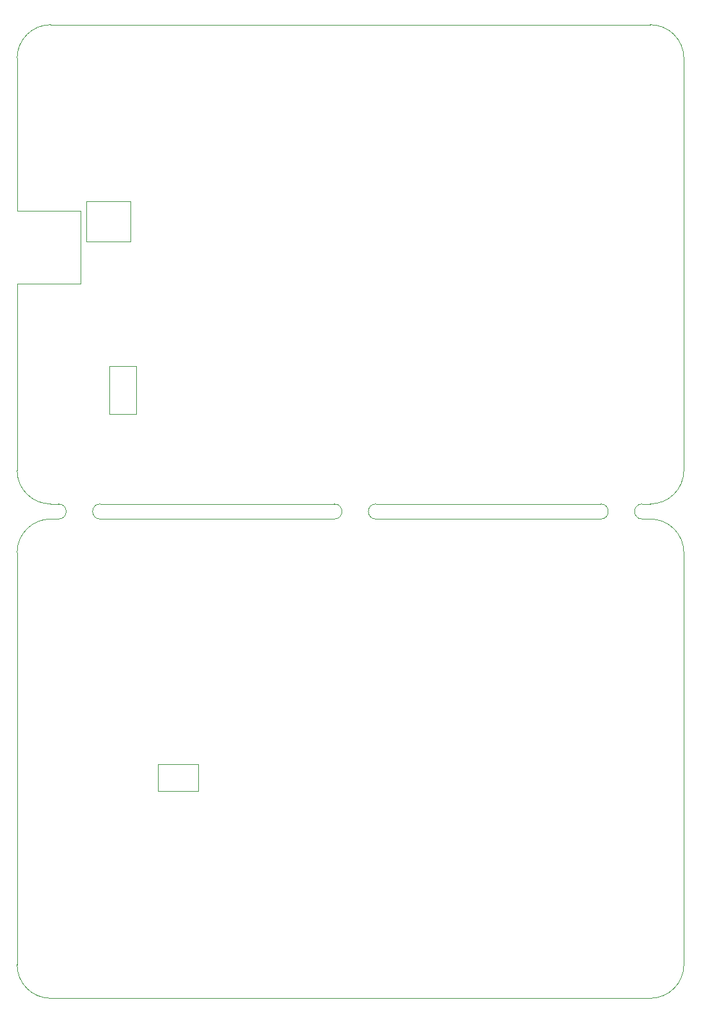
<source format=gbr>
%TF.GenerationSoftware,KiCad,Pcbnew,(6.0.9)*%
%TF.CreationDate,2023-01-08T00:55:18+00:00*%
%TF.ProjectId,il-flatto,696c2d66-6c61-4747-946f-2e6b69636164,rev?*%
%TF.SameCoordinates,Original*%
%TF.FileFunction,Profile,NP*%
%FSLAX46Y46*%
G04 Gerber Fmt 4.6, Leading zero omitted, Abs format (unit mm)*
G04 Created by KiCad (PCBNEW (6.0.9)) date 2023-01-08 00:55:18*
%MOMM*%
%LPD*%
G01*
G04 APERTURE LIST*
%TA.AperFunction,Profile*%
%ADD10C,0.100000*%
%TD*%
%TA.AperFunction,Profile*%
%ADD11C,0.120000*%
%TD*%
G04 APERTURE END LIST*
D10*
X242570000Y-95250000D02*
X241500000Y-95250000D01*
X241500000Y-93250000D02*
X242570000Y-93250000D01*
X206250000Y-95250000D02*
X236000000Y-95250000D01*
X236000000Y-93250000D02*
X206250000Y-93250000D01*
X200750000Y-95250000D02*
X169750000Y-95250000D01*
X169750000Y-93250000D02*
X200750000Y-93250000D01*
X163195000Y-95250000D02*
X164250000Y-95250000D01*
X163195000Y-93250000D02*
X164250000Y-93250000D01*
X164250000Y-95250000D02*
G75*
G03*
X164250000Y-93250000I0J1000000D01*
G01*
X169750000Y-93250000D02*
G75*
G03*
X169750000Y-95250000I0J-1000000D01*
G01*
X200750000Y-95250000D02*
G75*
G03*
X200750000Y-93250000I0J1000000D01*
G01*
X206250000Y-93250000D02*
G75*
G03*
X206250000Y-95250000I0J-1000000D01*
G01*
X236000000Y-95250000D02*
G75*
G03*
X236000000Y-93250000I0J1000000D01*
G01*
X241500000Y-93250000D02*
G75*
G03*
X241500000Y-95250000I0J-1000000D01*
G01*
X158750000Y-64040000D02*
X158750000Y-88805000D01*
X158750000Y-54388000D02*
X158750000Y-34195000D01*
X158750000Y-54388000D02*
X167132000Y-54388000D01*
X242570000Y-29750000D02*
X163195000Y-29750000D01*
X158750000Y-154305000D02*
X158750000Y-99695000D01*
X247015000Y-99695000D02*
G75*
G03*
X242570000Y-95250000I-4445000J0D01*
G01*
X247015000Y-99695000D02*
X247015000Y-154305000D01*
X158750000Y-154305000D02*
G75*
G03*
X163195000Y-158750000I4445000J0D01*
G01*
X163195000Y-95250000D02*
G75*
G03*
X158750000Y-99695000I0J-4445000D01*
G01*
X167132000Y-54388000D02*
X167132000Y-64040000D01*
X170942000Y-74962000D02*
X174498000Y-74962000D01*
X174498000Y-74962000D02*
X174498000Y-81312000D01*
X174498000Y-81312000D02*
X170942000Y-81312000D01*
X170942000Y-81312000D02*
X170942000Y-74962000D01*
X242570000Y-93250000D02*
G75*
G03*
X247015000Y-88805000I0J4445000D01*
G01*
X242570000Y-158750000D02*
G75*
G03*
X247015000Y-154305000I0J4445000D01*
G01*
X163195000Y-158750000D02*
X242570000Y-158750000D01*
X167132000Y-64040000D02*
X158750000Y-64040000D01*
X247015000Y-34195000D02*
X247015000Y-88805000D01*
X167894000Y-53118000D02*
X173736000Y-53118000D01*
X173736000Y-53118000D02*
X173736000Y-58452000D01*
X173736000Y-58452000D02*
X167894000Y-58452000D01*
X167894000Y-58452000D02*
X167894000Y-53118000D01*
X247015000Y-34195000D02*
G75*
G03*
X242570000Y-29750000I-4445000J0D01*
G01*
X158750000Y-88805000D02*
G75*
G03*
X163195000Y-93250000I4445000J0D01*
G01*
X163195000Y-29750000D02*
G75*
G03*
X158750000Y-34195000I0J-4445000D01*
G01*
D11*
%TO.C,S103*%
X177417600Y-127762000D02*
X182751600Y-127762000D01*
X182751600Y-127762000D02*
X182751600Y-131318000D01*
X182751600Y-131318000D02*
X177417600Y-131318000D01*
X177417600Y-131318000D02*
X177417600Y-127762000D01*
%TD*%
M02*

</source>
